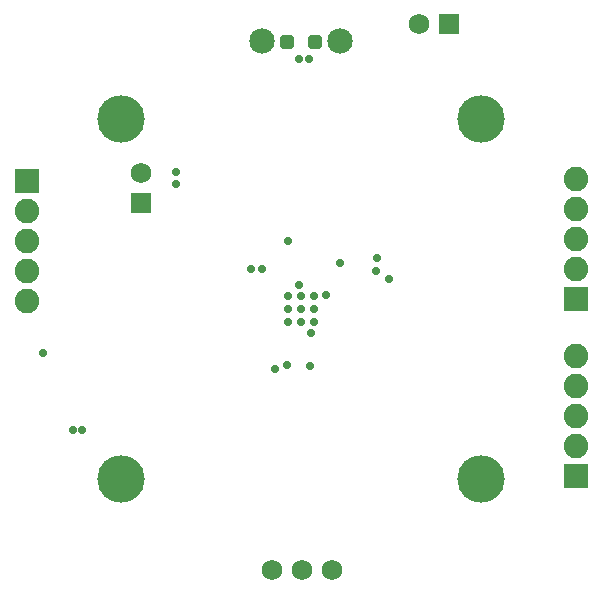
<source format=gbs>
G04*
G04 #@! TF.GenerationSoftware,Altium Limited,Altium Designer,24.1.2 (44)*
G04*
G04 Layer_Color=16711935*
%FSLAX25Y25*%
%MOIN*%
G70*
G04*
G04 #@! TF.SameCoordinates,39EB1DAC-EBEA-44A6-9D02-620A6BFF75B3*
G04*
G04*
G04 #@! TF.FilePolarity,Negative*
G04*
G01*
G75*
G04:AMPARAMS|DCode=44|XSize=48mil|YSize=48mil|CornerRadius=14mil|HoleSize=0mil|Usage=FLASHONLY|Rotation=90.000|XOffset=0mil|YOffset=0mil|HoleType=Round|Shape=RoundedRectangle|*
%AMROUNDEDRECTD44*
21,1,0.04800,0.02000,0,0,90.0*
21,1,0.02000,0.04800,0,0,90.0*
1,1,0.02800,0.01000,0.01000*
1,1,0.02800,0.01000,-0.01000*
1,1,0.02800,-0.01000,-0.01000*
1,1,0.02800,-0.01000,0.01000*
%
%ADD44ROUNDEDRECTD44*%
%ADD56C,0.06902*%
%ADD57R,0.06902X0.06902*%
%ADD58R,0.06902X0.06902*%
%ADD59C,0.08477*%
%ADD60C,0.08182*%
%ADD61R,0.08182X0.08182*%
%ADD62C,0.15800*%
%ADD63C,0.02800*%
%ADD64C,0.02769*%
D44*
X103100Y184100D02*
D03*
X93800D02*
D03*
D56*
X45000Y140400D02*
D03*
X137700Y190000D02*
D03*
X108583Y7874D02*
D03*
X98583D02*
D03*
X88583D02*
D03*
D57*
X45000Y130400D02*
D03*
D58*
X147700Y190000D02*
D03*
D59*
X111417Y184232D02*
D03*
X85433D02*
D03*
D60*
X6890Y97795D02*
D03*
Y107795D02*
D03*
Y117795D02*
D03*
Y127795D02*
D03*
X189961Y138425D02*
D03*
Y128425D02*
D03*
Y118425D02*
D03*
Y108425D02*
D03*
Y79370D02*
D03*
Y69370D02*
D03*
Y59370D02*
D03*
Y49370D02*
D03*
D61*
X6890Y137795D02*
D03*
X189961Y98425D02*
D03*
Y39370D02*
D03*
D62*
X158465Y158465D02*
D03*
X38386Y38386D02*
D03*
X158465D02*
D03*
X38386Y158465D02*
D03*
D63*
X106700Y99600D02*
D03*
X127600Y105000D02*
D03*
X85300Y108400D02*
D03*
X93800Y76500D02*
D03*
X123200Y107600D02*
D03*
X101413Y76000D02*
D03*
X89800Y75100D02*
D03*
X12300Y80400D02*
D03*
X22200Y54700D02*
D03*
X25300D02*
D03*
X81700Y108500D02*
D03*
X56800Y136700D02*
D03*
X97800Y178525D02*
D03*
X100989Y178492D02*
D03*
X97600Y103099D02*
D03*
X101625Y86901D02*
D03*
X123700Y112100D02*
D03*
X111400Y110400D02*
D03*
X93900Y117700D02*
D03*
X56800Y140700D02*
D03*
D64*
X102756Y90669D02*
D03*
X98425D02*
D03*
X94095D02*
D03*
X102756Y95000D02*
D03*
X98425D02*
D03*
X94095D02*
D03*
X102756Y99331D02*
D03*
X98425D02*
D03*
X94095D02*
D03*
M02*

</source>
